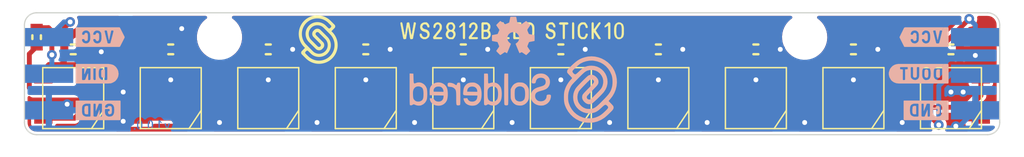
<source format=kicad_pcb>
(kicad_pcb (version 20210623) (generator pcbnew)
  (title_block (title "Smart LED WS2812B Stick10") (date "2021-07-26") (rev "V1.0.0.") (company "SOLDERED") (comment 1 "333056"))
  (layers (0 "F.Cu" signal) (31 "B.Cu" signal) (34 "B.Paste" user) (35 "F.Paste" user) (36 "B.SilkS" user "B.Silkscreen") (37 "F.SilkS" user "F.Silkscreen") (38 "B.Mask" user) (39 "F.Mask" user) (44 "Edge.Cuts" user))
  (net 0 "")
  (net 1 "VCC")
  (net 2 "GND")
  (net 3 "Net-(LED1-Pad2)")
  (net 4 "Net-(LED2-Pad2)")
  (net 5 "Net-(LED3-Pad2)")
  (net 6 "Net-(LED4-Pad2)")
  (net 7 "Net-(LED5-Pad2)")
  (net 8 "Net-(LED6-Pad2)")
  (net 9 "Net-(LED7-Pad2)")
  (net 10 "Net-(LED8-Pad2)")
  (net 11 "Net-(LED10-Pad4)")
  (net 12 "Net-(LED1-Pad4)")
  (net 13 "Net-(LED10-Pad2)")
  (net 14 "Net-(PAD2-Pad1)")
  (footprint "e-radionica.com footprinti:0603C" (layer "F.Cu") (at 176 113)
    (fp_text reference "C10")
    (fp_text value "100n")
    (pad "1" smd rect locked (at -0.73 0) (size 0.66 1) (layers "F.Cu" "F.Paste" "F.Mask") (net 1 "VCC"))
    (pad "2" smd rect locked (at 0.73 0) (size 0.66 1) (layers "F.Cu" "F.Paste" "F.Mask") (net 2 "GND"))
  )
  (footprint "e-radionica.com footprinti:WS2812B LED" (layer "F.Cu") (at 112 117)
    (fp_text reference "LED2")
    (fp_text value "WS2812B")
    (pad "1" smd rect (at -2.45 -1.65) (size 1.5 0.9) (layers "F.Cu" "F.Paste" "F.Mask") (net 1 "VCC"))
    (pad "2" smd rect (at -2.45 1.65) (size 1.5 0.9) (layers "F.Cu" "F.Paste" "F.Mask") (net 4 "Net-(LED2-Pad2)"))
    (pad "3" smd rect (at 2.45 1.65) (size 1.5 0.9) (layers "F.Cu" "F.Paste" "F.Mask") (net 2 "GND"))
    (pad "4" smd rect (at 2.45 -1.65) (size 1.5 0.9) (layers "F.Cu" "F.Paste" "F.Mask") (net 3 "Net-(LED1-Pad2)"))
  )
  (footprint "e-radionica.com footprinti:FIDUCIAL_23" (layer "F.Cu") (at 108.3 112)
    (fp_text reference "FD1")
    (fp_text value "FIDUCIAL")
    (fp_circle (center 0 0) (end 1 0) (layer "F.Cu") (width 0.2) (fill none))
    (pad "1" smd circle (at 0 0) (size 1 1) (layers "F.Cu" "F.Paste" "F.Mask") (clearance 1.1))
  )
  (footprint "Soldered Graphics:Logo-Back-OSH-3.5mm" (layer "F.Cu") (at 140.1 111.9)
    (fp_text reference "G***" hide)
    (fp_text value "LOGO" hide)
  )
  (footprint "e-radionica.com footprinti:WS2812B LED" (layer "F.Cu") (at 104 117)
    (fp_text reference "LED1")
    (fp_text value "WS2812B")
    (pad "1" smd rect (at -2.45 -1.65) (size 1.5 0.9) (layers "F.Cu" "F.Paste" "F.Mask") (net 1 "VCC"))
    (pad "2" smd rect (at -2.45 1.65) (size 1.5 0.9) (layers "F.Cu" "F.Paste" "F.Mask") (net 3 "Net-(LED1-Pad2)"))
    (pad "3" smd rect (at 2.45 1.65) (size 1.5 0.9) (layers "F.Cu" "F.Paste" "F.Mask") (net 2 "GND"))
    (pad "4" smd rect (at 2.45 -1.65) (size 1.5 0.9) (layers "F.Cu" "F.Paste" "F.Mask") (net 12 "Net-(LED1-Pad4)"))
  )
  (footprint "e-radionica.com footprinti:WS2812B LED" (layer "F.Cu") (at 136 117)
    (fp_text reference "LED5")
    (fp_text value "WS2812B")
    (pad "1" smd rect (at -2.45 -1.65) (size 1.5 0.9) (layers "F.Cu" "F.Paste" "F.Mask") (net 1 "VCC"))
    (pad "2" smd rect (at -2.45 1.65) (size 1.5 0.9) (layers "F.Cu" "F.Paste" "F.Mask") (net 7 "Net-(LED5-Pad2)"))
    (pad "3" smd rect (at 2.45 1.65) (size 1.5 0.9) (layers "F.Cu" "F.Paste" "F.Mask") (net 2 "GND"))
    (pad "4" smd rect (at 2.45 -1.65) (size 1.5 0.9) (layers "F.Cu" "F.Paste" "F.Mask") (net 6 "Net-(LED4-Pad2)"))
  )
  (footprint "Soldered Graphics:Logo-Back-SolderedFULL-17mm" (layer "F.Cu") (at 140.1 116.3)
    (fp_text reference "REF**" hide)
    (fp_text value "Logo-Front-SolderedFULL-17mm" hide)
  )
  (footprint "e-radionica.com footprinti:PAD_2x1.5" (layer "F.Cu") (at 102 118)
    (fp_text reference "PAD1")
    (fp_text value "PAD_2x1.5")
    (pad "1" smd rect (at 0 0) (size 4 1.5) (layers "B.Cu" "B.Paste" "B.Mask") (net 2 "GND"))
  )
  (footprint "e-radionica.com footprinti:0603R" (layer "F.Cu") (at 101 112 90)
    (fp_text reference "R1")
    (fp_text value "100")
    (pad "1" smd rect locked (at -0.775 0 180) (size 1 0.64) (layers "F.Cu" "F.Paste" "F.Mask") (net 12 "Net-(LED1-Pad4)"))
    (pad "2" smd rect locked (at 0.775 0 180) (size 1 0.64) (layers "F.Cu" "F.Paste" "F.Mask") (net 14 "Net-(PAD2-Pad1)"))
  )
  (footprint "e-radionica.com footprinti:WS2812B LED" (layer "F.Cu") (at 160 117)
    (fp_text reference "LED8")
    (fp_text value "WS2812B")
    (pad "1" smd rect (at -2.45 -1.65) (size 1.5 0.9) (layers "F.Cu" "F.Paste" "F.Mask") (net 1 "VCC"))
    (pad "2" smd rect (at -2.45 1.65) (size 1.5 0.9) (layers "F.Cu" "F.Paste" "F.Mask") (net 10 "Net-(LED8-Pad2)"))
    (pad "3" smd rect (at 2.45 1.65) (size 1.5 0.9) (layers "F.Cu" "F.Paste" "F.Mask") (net 2 "GND"))
    (pad "4" smd rect (at 2.45 -1.65) (size 1.5 0.9) (layers "F.Cu" "F.Paste" "F.Mask") (net 9 "Net-(LED7-Pad2)"))
  )
  (footprint "e-radionica.com footprinti:0603C" (layer "F.Cu") (at 152 113)
    (fp_text reference "C7")
    (fp_text value "100n")
    (pad "1" smd rect locked (at -0.73 0) (size 0.66 1) (layers "F.Cu" "F.Paste" "F.Mask") (net 1 "VCC"))
    (pad "2" smd rect locked (at 0.73 0) (size 0.66 1) (layers "F.Cu" "F.Paste" "F.Mask") (net 2 "GND"))
  )
  (footprint "e-radionica.com footprinti:WS2812B LED" (layer "F.Cu") (at 176 117)
    (fp_text reference "LED10")
    (fp_text value "WS2812B")
    (pad "1" smd rect (at -2.45 -1.65) (size 1.5 0.9) (layers "F.Cu" "F.Paste" "F.Mask") (net 1 "VCC"))
    (pad "2" smd rect (at -2.45 1.65) (size 1.5 0.9) (layers "F.Cu" "F.Paste" "F.Mask") (net 13 "Net-(LED10-Pad2)"))
    (pad "3" smd rect (at 2.45 1.65) (size 1.5 0.9) (layers "F.Cu" "F.Paste" "F.Mask") (net 2 "GND"))
    (pad "4" smd rect (at 2.45 -1.65) (size 1.5 0.9) (layers "F.Cu" "F.Paste" "F.Mask") (net 11 "Net-(LED10-Pad4)"))
  )
  (footprint "e-radionica.com footprinti:0603C" (layer "F.Cu") (at 144 113)
    (fp_text reference "C6")
    (fp_text value "100n")
    (pad "1" smd rect locked (at -0.73 0) (size 0.66 1) (layers "F.Cu" "F.Paste" "F.Mask") (net 1 "VCC"))
    (pad "2" smd rect locked (at 0.73 0) (size 0.66 1) (layers "F.Cu" "F.Paste" "F.Mask") (net 2 "GND"))
  )
  (footprint "e-radionica.com footprinti:0603C" (layer "F.Cu") (at 128 113)
    (fp_text reference "C4")
    (fp_text value "100n")
    (pad "1" smd rect locked (at -0.73 0) (size 0.66 1) (layers "F.Cu" "F.Paste" "F.Mask") (net 1 "VCC"))
    (pad "2" smd rect locked (at 0.73 0) (size 0.66 1) (layers "F.Cu" "F.Paste" "F.Mask") (net 2 "GND"))
  )
  (footprint "e-radionica.com footprinti:0603C" (layer "F.Cu") (at 168 113)
    (fp_text reference "C9")
    (fp_text value "100n")
    (pad "1" smd rect locked (at -0.73 0) (size 0.66 1) (layers "F.Cu" "F.Paste" "F.Mask") (net 1 "VCC"))
    (pad "2" smd rect locked (at 0.73 0) (size 0.66 1) (layers "F.Cu" "F.Paste" "F.Mask") (net 2 "GND"))
  )
  (footprint "e-radionica.com footprinti:PAD_2x1.5" (layer "F.Cu") (at 178 112)
    (fp_text reference "PAD6")
    (fp_text value "PAD_2x1.5")
    (pad "1" smd rect (at 0 0) (size 4 1.5) (layers "B.Cu" "B.Paste" "B.Mask") (net 1 "VCC"))
  )
  (footprint "e-radionica.com footprinti:0603C" (layer "F.Cu") (at 136 113)
    (fp_text reference "C5")
    (fp_text value "100n")
    (pad "1" smd rect locked (at -0.73 0) (size 0.66 1) (layers "F.Cu" "F.Paste" "F.Mask") (net 1 "VCC"))
    (pad "2" smd rect locked (at 0.73 0) (size 0.66 1) (layers "F.Cu" "F.Paste" "F.Mask") (net 2 "GND"))
  )
  (footprint "e-radionica.com footprinti:PAD_2x1.5" (layer "F.Cu") (at 102 112)
    (fp_text reference "PAD3")
    (fp_text value "PAD_2x1.5")
    (pad "1" smd rect (at 0 0) (size 4 1.5) (layers "B.Cu" "B.Paste" "B.Mask") (net 1 "VCC"))
  )
  (footprint "e-radionica.com footprinti:WS2812B LED" (layer "F.Cu") (at 152 117)
    (fp_text reference "LED7")
    (fp_text value "WS2812B")
    (pad "1" smd rect (at -2.45 -1.65) (size 1.5 0.9) (layers "F.Cu" "F.Paste" "F.Mask") (net 1 "VCC"))
    (pad "2" smd rect (at -2.45 1.65) (size 1.5 0.9) (layers "F.Cu" "F.Paste" "F.Mask") (net 9 "Net-(LED7-Pad2)"))
    (pad "3" smd rect (at 2.45 1.65) (size 1.5 0.9) (layers "F.Cu" "F.Paste" "F.Mask") (net 2 "GND"))
    (pad "4" smd rect (at 2.45 -1.65) (size 1.5 0.9) (layers "F.Cu" "F.Paste" "F.Mask") (net 8 "Net-(LED6-Pad2)"))
  )
  (footprint "e-radionica.com footprinti:0603C" (layer "F.Cu") (at 104 113)
    (fp_text reference "C1")
    (fp_text value "100n")
    (pad "1" smd rect locked (at -0.73 0) (size 0.66 1) (layers "F.Cu" "F.Paste" "F.Mask") (net 1 "VCC"))
    (pad "2" smd rect locked (at 0.73 0) (size 0.66 1) (layers "F.Cu" "F.Paste" "F.Mask") (net 2 "GND"))
  )
  (footprint "e-radionica.com footprinti:0603C" (layer "F.Cu") (at 160 113)
    (fp_text reference "C8")
    (fp_text value "100n")
    (pad "1" smd rect locked (at -0.73 0) (size 0.66 1) (layers "F.Cu" "F.Paste" "F.Mask") (net 1 "VCC"))
    (pad "2" smd rect locked (at 0.73 0) (size 0.66 1) (layers "F.Cu" "F.Paste" "F.Mask") (net 2 "GND"))
  )
  (footprint "e-radionica.com footprinti:WS2812B LED" (layer "F.Cu") (at 128 117)
    (fp_text reference "LED4")
    (fp_text value "WS2812B")
    (pad "1" smd rect (at -2.45 -1.65) (size 1.5 0.9) (layers "F.Cu" "F.Paste" "F.Mask") (net 1 "VCC"))
    (pad "2" smd rect (at -2.45 1.65) (size 1.5 0.9) (layers "F.Cu" "F.Paste" "F.Mask") (net 6 "Net-(LED4-Pad2)"))
    (pad "3" smd rect (at 2.45 1.65) (size 1.5 0.9) (layers "F.Cu" "F.Paste" "F.Mask") (net 2 "GND"))
    (pad "4" smd rect (at 2.45 -1.65) (size 1.5 0.9) (layers "F.Cu" "F.Paste" "F.Mask") (net 5 "Net-(LED3-Pad2)"))
  )
  (footprint "Soldered Graphics:Logo-Front-Soldered-4mm" (layer "F.Cu") (at 124.1 112.2)
    (fp_text reference "G***" hide)
    (fp_text value "LOGO" hide)
  )
  (footprint "e-radionica.com footprinti:WS2812B LED" (layer "F.Cu") (at 168 117)
    (fp_text reference "LED9")
    (fp_text value "WS2812B")
    (pad "1" smd rect (at -2.45 -1.65) (size 1.5 0.9) (layers "F.Cu" "F.Paste" "F.Mask") (net 1 "VCC"))
    (pad "2" smd rect (at -2.45 1.65) (size 1.5 0.9) (layers "F.Cu" "F.Paste" "F.Mask") (net 11 "Net-(LED10-Pad4)"))
    (pad "3" smd rect (at 2.45 1.65) (size 1.5 0.9) (layers "F.Cu" "F.Paste" "F.Mask") (net 2 "GND"))
    (pad "4" smd rect (at 2.45 -1.65) (size 1.5 0.9) (layers "F.Cu" "F.Paste" "F.Mask") (net 10 "Net-(LED8-Pad2)"))
  )
  (footprint "buzzardLabel" (layer "F.Cu") (at 140 111.5)
    (fp_text reference "" (at 0 0) (layer "F.SilkS") (effects (font (size 1.27 1.27))))
    (fp_text value "" (at 0 0) (layer "F.SilkS") (effects (font (size 1.27 1.27))))
  )
  (footprint "e-radionica.com footprinti:PAD_2x1.5" (layer "F.Cu") (at 178 115)
    (fp_text reference "PAD5")
    (fp_text value "PAD_2x1.5")
    (pad "1" smd rect (at 0 0) (size 4 1.5) (layers "B.Cu" "B.Paste" "B.Mask") (net 13 "Net-(LED10-Pad2)"))
  )
  (footprint "e-radionica.com footprinti:WS2812B LED" (layer "F.Cu") (at 120 117)
    (fp_text reference "LED3")
    (fp_text value "WS2812B")
    (pad "1" smd rect (at -2.45 -1.65) (size 1.5 0.9) (layers "F.Cu" "F.Paste" "F.Mask") (net 1 "VCC"))
    (pad "2" smd rect (at -2.45 1.65) (size 1.5 0.9) (layers "F.Cu" "F.Paste" "F.Mask") (net 5 "Net-(LED3-Pad2)"))
    (pad "3" smd rect (at 2.45 1.65) (size 1.5 0.9) (layers "F.Cu" "F.Paste" "F.Mask") (net 2 "GND"))
    (pad "4" smd rect (at 2.45 -1.65) (size 1.5 0.9) (layers "F.Cu" "F.Paste" "F.Mask") (net 4 "Net-(LED2-Pad2)"))
  )
  (footprint "e-radionica.com footprinti:0603C" (layer "F.Cu") (at 120 113)
    (fp_text reference "C3")
    (fp_text value "100n")
    (pad "1" smd rect locked (at -0.73 0) (size 0.66 1) (layers "F.Cu" "F.Paste" "F.Mask") (net 1 "VCC"))
    (pad "2" smd rect locked (at 0.73 0) (size 0.66 1) (layers "F.Cu" "F.Paste" "F.Mask") (net 2 "GND"))
  )
  (footprint "e-radionica.com footprinti:HOLE_3.2mm" (layer "F.Cu") (at 116 112)
    (fp_text reference "H1" hide)
    (fp_text value "HOLE_3.2mm" hide)
    (pad "" np_thru_hole circle locked (at 0 0) (size 3.2 3.2) (drill 3.2) (layers F&B.Cu *.Mask))
  )
  (footprint "e-radionica.com footprinti:WS2812B LED" (layer "F.Cu") (at 144 117)
    (fp_text reference "LED6")
    (fp_text value "WS2812B")
    (pad "1" smd rect (at -2.45 -1.65) (size 1.5 0.9) (layers "F.Cu" "F.Paste" "F.Mask") (net 1 "VCC"))
    (pad "2" smd rect (at -2.45 1.65) (size 1.5 0.9) (layers "F.Cu" "F.Paste" "F.Mask") (net 8 "Net-(LED6-Pad2)"))
    (pad "3" smd rect (at 2.45 1.65) (size 1.5 0.9) (layers "F.Cu" "F.Paste" "F.Mask") (net 2 "GND"))
    (pad "4" smd rect (at 2.45 -1.65) (size 1.5 0.9) (layers "F.Cu" "F.Paste" "F.Mask") (net 7 "Net-(LED5-Pad2)"))
  )
  (footprint "e-radionica.com footprinti:0603C" (layer "F.Cu") (at 112 113)
    (fp_text reference "C2")
    (fp_text value "100n")
    (pad "1" smd rect locked (at -0.73 0) (size 0.66 1) (layers "F.Cu" "F.Paste" "F.Mask") (net 1 "VCC"))
    (pad "2" smd rect locked (at 0.73 0) (size 0.66 1) (layers "F.Cu" "F.Paste" "F.Mask") (net 2 "GND"))
  )
  (footprint "e-radionica.com footprinti:PAD_2x1.5" (layer "F.Cu") (at 178 118)
    (fp_text reference "PAD4")
    (fp_text value "PAD_2x1.5")
    (pad "1" smd rect (at 0 0) (size 4 1.5) (layers "B.Cu" "B.Paste" "B.Mask") (net 2 "GND"))
  )
  (footprint "e-radionica.com footprinti:HOLE_3.2mm" (layer "F.Cu") (at 164 112)
    (fp_text reference "H2" hide)
    (fp_text value "HOLE_3.2mm" hide)
    (pad "" np_thru_hole circle locked (at 0 0) (size 3.2 3.2) (drill 3.2) (layers F&B.Cu *.Mask))
  )
  (footprint "buzzardLabel" (layer "B.Cu") (at 103.8 115 180)
    (fp_text reference "" (at 0 0) (layer "B.SilkS") (effects (font (size 1.27 1.27)) (justify mirror)))
    (fp_text value "" (at 0 0) (layer "B.SilkS") (effects (font (size 1.27 1.27)) (justify mirror)))
  )
  (footprint "Soldered Graphics:Version1.0.0." (layer "B.Cu") (at 110.4 119.2 180)
    (fp_text reference "Ref**" hide)
    (fp_text value "Val**" hide)
    (fp_poly (pts (xy 0.43 -0.38) (xy 0.48 -0.38) (xy 0.54 -0.37) (xy 0.54 -0.33) (xy 0.54 -0.27) (xy 0.5 -0.26) (xy 0.45 -0.26) (xy 0.42 -0.29) (xy 0.42 -0.34) (xy 0.43 -0.38)) (layer "B.Cu") (width 0.01) (fill solid))
    (fp_poly (pts (xy -0.67 -0.35) (xy -0.62 -0.35) (xy -0.6 -0.31) (xy -0.6 0.35) (xy -0.64 0.38) (xy -0.69 0.38) (xy -0.73 0.34) (xy -0.84 0.22) (xy -0.86 0.17) (xy -0.83 0.16) (xy -0.73 0.22) (xy -0.69 0.23) (xy -0.69 -0.31) (xy -0.67 -0.35)) (layer "B.Cu") (width 0.01) (fill solid))
    (fp_poly (pts (xy 1.31 -0.38) (xy 1.36 -0.38) (xy 1.41 -0.37) (xy 1.42 -0.33) (xy 1.42 -0.27) (xy 1.38 -0.26) (xy 1.33 -0.26) (xy 1.3 -0.29) (xy 1.3 -0.34) (xy 1.31 -0.38)) (layer "B.Cu") (width 0.01) (fill solid))
    (fp_poly (pts (xy 0.93 -0.35) (xy 0.99 -0.35) (xy 1.04 -0.33) (xy 1.01 -0.28) (xy 0.91 -0.28) (xy 0.87 -0.25) (xy 0.85 -0.2) (xy 0.83 -0.15) (xy 0.83 -0.11) (xy 0.82 0.01) (xy 0.83 0.13) (xy 0.83 0.17) (xy 0.84 0.22) (xy 0.87 0.27) (xy 0.9 0.3) (xy 1.01 0.3) (xy 1.04 0.26) (xy 1.05 0.21) (xy 1.06 0.15) (xy 1.07 0.05) (xy 1.07 -0.08) (xy 1.06 -0.12) (xy 1.06 -0.17) (xy 1.04 -0.22) (xy 1.02 -0.27) (xy 1.01 -0.28) (xy 1.05 -0.32) (xy 1.09 -0.29) (xy 1.12 -0.26) (xy 1.14 -0.22) (xy 1.15 -0.16) (xy 1.16 -0.11) (xy 1.16 -0.06) (xy 1.16 0.06) (xy 1.16 0.12) (xy 1.15 0.17) (xy 1.14 0.22) (xy 1.13 0.27) (xy 1.1 0.3) (xy 1.06 0.34) (xy 1.01 0.37) (xy 0.95 0.38) (xy 0.9 0.38) (xy 0.84 0.35) (xy 0.8 0.31) (xy 0.78 0.28) (xy 0.75 0.23) (xy 0.74 0.18) (xy 0.74 0.13) (xy 0.73 0.08) (xy 0.73 -0.04) (xy 0.73 -0.1) (xy 0.74 -0.14) (xy 0.75 -0.2) (xy 0.77 -0.25) (xy 0.79 -0.28) (xy 0.83 -0.32) (xy 0.89 -0.35) (xy 0.93 -0.35)) (layer "B.Cu") (width 0.01) (fill solid))
    (fp_poly (pts (xy -0.44 -0.38) (xy -0.39 -0.38) (xy -0.34 -0.37) (xy -0.34 -0.33) (xy -0.34 -0.27) (xy -0.38 -0.26) (xy -0.43 -0.26) (xy -0.46 -0.29) (xy -0.46 -0.34) (xy -0.44 -0.38)) (layer "B.Cu") (width 0.01) (fill solid))
    (fp_poly (pts (xy 0.06 -0.35) (xy 0.11 -0.35) (xy 0.17 -0.33) (xy 0.13 -0.28) (xy 0.03 -0.28) (xy -0.01 -0.25) (xy -0.03 -0.2) (xy -0.05 -0.15) (xy -0.05 -0.11) (xy -0.05 0.01) (xy -0.05 0.13) (xy -0.05 0.17) (xy -0.03 0.22) (xy -0.01 0.27) (xy 0.02 0.3) (xy 0.13 0.3) (xy 0.16 0.26) (xy 0.18 0.21) (xy 0.18 0.15) (xy 0.19 0.05) (xy 0.19 -0.08) (xy 0.19 -0.12) (xy 0.18 -0.17) (xy 0.16 -0.22) (xy 0.14 -0.27) (xy 0.14 -0.28) (xy 0.17 -0.32) (xy 0.21 -0.29) (xy 0.24 -0.26) (xy 0.26 -0.22) (xy 0.27 -0.16) (xy 0.28 -0.11) (xy 0.28 -0.06) (xy 0.28 0.06) (xy 0.28 0.12) (xy 0.27 0.17) (xy 0.26 0.22) (xy 0.25 0.27) (xy 0.22 0.3) (xy 0.19 0.34) (xy 0.13 0.37) (xy 0.08 0.38) (xy 0.02 0.38) (xy -0.03 0.35) (xy -0.08 0.31) (xy -0.1 0.28) (xy -0.12 0.23) (xy -0.14 0.18) (xy -0.14 0.13) (xy -0.15 0.08) (xy -0.15 -0.04) (xy -0.14 -0.1) (xy -0.14 -0.14) (xy -0.13 -0.2) (xy -0.11 -0.25) (xy -0.08 -0.28) (xy -0.05 -0.32) (xy 0.01 -0.35) (xy 0.06 -0.35)) (layer "B.Cu") (width 0.01) (fill solid))
    (fp_poly (pts (xy -1.33 -0.35) (xy -1.27 -0.35) (xy -1.25 -0.31) (xy -1.09 0.1) (xy -1.11 0.13) (xy -1.16 0.13) (xy -1.19 0.1) (xy -1.28 -0.16) (xy -1.3 -0.21) (xy -1.32 -0.17) (xy -1.41 0.09) (xy -1.44 0.13) (xy -1.49 0.13) (xy -1.51 0.1) (xy -1.36 -0.31) (xy -1.33 -0.35)) (layer "B.Cu") (width 0.01) (fill solid))
  )
  (footprint "buzzardLabel" (layer "B.Cu") (at 103.8 118 180)
    (fp_text reference "" (at 0 0) (layer "B.SilkS") (effects (font (size 1.27 1.27)) (justify mirror)))
    (fp_text value "" (at 0 0) (layer "B.SilkS") (effects (font (size 1.27 1.27)) (justify mirror)))
  )
  (footprint "buzzardLabel" (layer "B.Cu") (at 176.2 112 180)
    (fp_text reference "" (at 0 0) (layer "B.SilkS") (effects (font (size 1.27 1.27)) (justify mirror)))
    (fp_text value "" (at 0 0) (layer "B.SilkS") (effects (font (size 1.27 1.27)) (justify mirror)))
  )
  (footprint "buzzardLabel" (layer "B.Cu") (at 176.2 115 180)
    (fp_text reference "" (at 0 0) (layer "B.SilkS") (effects (font (size 1.27 1.27)) (justify mirror)))
    (fp_text value "" (at 0 0) (layer "B.SilkS") (effects (font (size 1.27 1.27)) (justify mirror)))
  )
  (footprint "e-radionica.com footprinti:PAD_2x1.5" (layer "B.Cu") (at 102 116 180)
    (fp_text reference "PAD2" hide)
    (fp_text value "PAD_2x1.5" hide)
    (pad "1" smd rect (at 0 1 180) (size 4 1.5) (layers "B.Cu" "B.Paste" "B.Mask") (net 14 "Net-(PAD2-Pad1)"))
  )
  (footprint "buzzardLabel" (layer "B.Cu") (at 176.2 118 180)
    (fp_text reference "" (at 0 0) (layer "B.SilkS") (effects (font (size 1.27 1.27)) (justify mirror)))
    (fp_text value "" (at 0 0) (layer "B.SilkS") (effects (font (size 1.27 1.27)) (justify mirror)))
  )
  (footprint "buzzardLabel" (layer "B.Cu") (at 103.8 112 180)
    (fp_text reference "" (at 0 0) (layer "B.SilkS") (effects (font (size 1.27 1.27)) (justify mirror)))
    (fp_text value "" (at 0 0) (layer "B.SilkS") (effects (font (size 1.27 1.27)) (justify mirror)))
  )
  (gr_arc (start 101 111) (end 101 110) (angle -90) (layer "Edge.Cuts") (width 0.1))
  (gr_line (start 180 119) (end 180 111) (layer "Edge.Cuts") (width 0.1))
  (gr_line (start 101 120) (end 179 120) (layer "Edge.Cuts") (width 0.1))
  (gr_line (start 100 111) (end 100 119) (layer "Edge.Cuts") (width 0.1))
  (gr_arc (start 179 119) (end 179 120) (angle -90) (layer "Edge.Cuts") (width 0.1))
  (gr_arc (start 179 111) (end 180 111) (angle -90) (layer "Edge.Cuts") (width 0.1))
  (gr_arc (start 101 119) (end 101 120) (angle 90) (layer "Edge.Cuts") (width 0.1))
  (gr_line (start 179 110) (end 101 110) (layer "Edge.Cuts") (width 0.1))
  (segment (start 135 114.25) (end 141.75 114.25) (width 0.4) (layer "F.Cu") (net 1))
  (segment (start 157.5 114.25) (end 159.25 114.25) (width 0.4) (layer "F.Cu") (net 1))
  (segment (start 141.55 114.45) (end 141.75 114.25) (width 0.4) (layer "F.Cu") (net 1))
  (segment (start 151.25 114.25) (end 157.5 114.25) (width 0.4) (layer "F.Cu") (net 1))
  (segment (start 165.55 114.45) (end 165.75 114.25) (width 0.4) (layer "F.Cu") (net 1))
  (segment (start 133.5 114.25) (end 135 114.25) (width 0.4) (layer "F.Cu") (net 1))
  (segment (start 159.27 114.23) (end 159.25 114.25) (width 0.4) (layer "F.Cu") (net 1))
  (segment (start 101.55 114.7) (end 102 114.25) (width 0.4) (layer "F.Cu") (net 1))
  (segment (start 103.27 113.98) (end 103 114.25) (width 0.4) (layer "F.Cu") (net 1))
  (segment (start 125.75 114.25) (end 127.25 114.25) (width 0.4) (layer "F.Cu") (net 1))
  (segment (start 135.27 113) (end 135.27 113.98) (width 0.4) (layer "F.Cu") (net 1))
  (segment (start 103 114.25) (end 109.5 114.25) (width 0.4) (layer "F.Cu") (net 1))
  (segment (start 103.27 111.23) (end 103.75 110.75) (width 0.4) (layer "F.Cu") (net 1))
  (segment (start 109.55 115.35) (end 109.55 114.3) (width 0.4) (layer "F.Cu") (net 1))
  (segment (start 117.55 114.3) (end 117.5 114.25) (width 0.4) (layer "F.Cu") (net 1))
  (segment (start 167 114.25) (end 167.27 113.98) (width 0.4) (layer "F.Cu") (net 1))
  (segment (start 173.55 114.45) (end 173.75 114.25) (width 0.4) (layer "F.Cu") (net 1))
  (segment (start 149.55 114.3) (end 149.5 114.25) (width 0.4) (layer "F.Cu") (net 1))
  (segment (start 127.27 114.23) (end 127.25 114.25) (width 0.4) (layer "F.Cu") (net 1))
  (segment (start 119.27 113) (end 119.27 113.98) (width 0.4) (layer "F.Cu") (net 1))
  (segment (start 125.55 115.35) (end 125.55 114.45) (width 0.4) (layer "F.Cu") (net 1))
  (segment (start 125.55 114.45) (end 125.75 114.25) (width 0.4) (layer "F.Cu") (net 1))
  (segment (start 143.27 114.23) (end 143.25 114.25) (width 0.4) (layer "F.Cu") (net 1))
  (segment (start 149.5 114.25) (end 151.25 114.25) (width 0.4) (layer "F.Cu") (net 1))
  (segment (start 119.27 113.98) (end 119 114.25) (width 0.4) (layer "F.Cu") (net 1))
  (segment (start 101.55 115.35) (end 101.55 114.7) (width 0.4) (layer "F.Cu") (net 1))
  (segment (start 159.27 113) (end 159.27 114.23) (width 0.4) (layer "F.Cu") (net 1))
  (segment (start 133.55 115.35) (end 133.55 114.3) (width 0.4) (layer "F.Cu") (net 1))
  (segment (start 103.27 113) (end 103.27 111.23) (width 0.4) (layer "F.Cu") (net 1))
  (segment (start 111.27 113.98) (end 111 114.25) (width 0.4) (layer "F.Cu") (net 1))
  (segment (start 157.55 115.35) (end 157.55 114.3) (width 0.4) (layer "F.Cu") (net 1))
  (segment (start 151.27 113) (end 151.27 114.23) (width 0.4) (layer "F.Cu") (net 1))
  (segment (start 119 114.25) (end 125.75 114.25) (width 0.4) (layer "F.Cu") (net 1))
  (segment (start 157.55 114.3) (end 157.5 114.25) (width 0.4) (layer "F.Cu") (net 1))
  (segment (start 165.75 114.25) (end 167 114.25) (width 0.4) (layer "F.Cu") (net 1))
  (segment (start 141.55 115.35) (end 141.55 114.45) (width 0.4) (layer "F.Cu") (net 1))
  (segment (start 151.27 114.23) (end 151.25 114.25) (width 0.4) (layer "F.Cu") (net 1))
  (segment (start 175.27 113.98) (end 175 114.25) (width 0.4) (layer "F.Cu") (net 1))
  (segment (start 175.27 113) (end 175.27 113.98) (width 0.4) (layer "F.Cu") (net 1))
  (segment (start 127.25 114.25) (end 133.5 114.25) (width 0.4) (layer "F.Cu") (net 1))
  (segment (start 117.55 115.35) (end 117.55 114.3) (width 0.4) (layer "F.Cu") (net 1))
  (segment (start 141.75 114.25) (end 143.25 114.25) (width 0.4) (layer "F.Cu") (net 1))
  (segment (start 165.55 115.35) (end 165.55 114.45) (width 0.4) (layer "F.Cu") (net 1))
  (segment (start 175.27 112.73) (end 177.5 110.5) (width 0.4) (layer "F.Cu") (net 1))
  (segment (start 109.55 114.3) (end 109.5 114.25) (width 0.4) (layer "F.Cu") (net 1))
  (segment (start 117.5 114.25) (end 119 114.25) (width 0.4) (layer "F.Cu") (net 1))
  (segment (start 159.25 114.25) (end 165.75 114.25) (width 0.4) (layer "F.Cu") (net 1))
  (segment (start 167.27 113.98) (end 167.27 113) (width 0.4) (layer "F.Cu") (net 1))
  (segment (start 103.27 113) (end 103.27 113.98) (width 0.4) (layer "F.Cu") (net 1))
  (segment (start 167 114.25) (end 173.75 114.25) (width 0.4) (layer "F.Cu") (net 1))
  (segment (start 102 114.25) (end 103 114.25) (width 0.4) (layer "F.Cu") (net 1))
  (segment (start 173.75 114.25) (end 175 114.25) (width 0.4) (layer "F.Cu") (net 1))
  (segment (start 127.27 113) (end 127.27 114.23) (width 0.4) (layer "F.Cu") (net 1))
  (segment (start 109.5 114.25) (end 111 114.25) (width 0.4) (layer "F.Cu") (net 1))
  (segment (start 149.55 115.35) (end 149.55 114.3) (width 0.4) (layer "F.Cu") (net 1))
  (segment (start 111.27 113) (end 111.27 113.98) (width 0.4) (layer "F.Cu") (net 1))
  (segment (start 143.25 114.25) (end 149.5 114.25) (width 0.4) (layer "F.Cu") (net 1))
  (segment (start 143.27 113) (end 143.27 114.23) (width 0.4) (layer "F.Cu") (net 1))
  (segment (start 111 114.25) (end 117.5 114.25) (width 0.4) (layer "F.Cu") (net 1))
  (segment (start 173.55 115.35) (end 173.55 114.45) (width 0.4) (layer "F.Cu") (net 1))
  (segment (start 175.27 113) (end 175.27 112.73) (width 0.4) (layer "F.Cu") (net 1))
  (segment (start 135.27 113.98) (end 135 114.25) (width 0.4) (layer "F.Cu") (net 1))
  (segment (start 133.55 114.3) (end 133.5 114.25) (width 0.4) (layer "F.Cu") (net 1))
  (via (at 177.5 110.5) (size 0.8) (drill 0.4) (layers "F.Cu" "B.Cu") (net 1))
  (via (at 103.75 110.75) (size 0.8) (drill 0.4) (layers "F.Cu" "B.Cu") (net 1))
  (segment (start 103.75 110.75) (end 103.25 110.75) (width 0.4) (layer "B.Cu") (net 1))
  (segment (start 103.25 110.75) (end 102 112) (width 0.4) (layer "B.Cu") (net 1))
  (segment (start 178 111) (end 177.5 110.5) (width 0.4) (layer "B.Cu") (net 1))
  (segment (start 178 112) (end 178 111) (width 0.4) (layer "B.Cu") (net 1))
  (segment (start 177.05 118.65) (end 176.4 119.3) (width 0.4) (layer "F.Cu") (net 2))
  (segment (start 178.45 118.65) (end 177.05 118.65) (width 0.4) (layer "F.Cu") (net 2))
  (via (at 130 113) (size 0.8) (drill 0.4) (layers "F.Cu" "B.Cu") (net 2))
  (via (at 177 116.5) (size 0.8) (drill 0.4) (layers "F.Cu" "B.Cu") (net 2))
  (via (at 168 115.5) (size 0.8) (drill 0.4) (layers "F.Cu" "B.Cu") (net 2))
  (via (at 172 119) (size 0.8) (drill 0.4) (layers "F.Cu" "B.Cu") (net 2))
  (via (at 146 113) (size 0.8) (drill 0.4) (layers "F.Cu" "B.Cu") (net 2))
  (via (at 103.5 117.5) (size 0.8) (drill 0.4) (layers "F.Cu" "B.Cu") (net 2))
  (via (at 160 115.5) (size 0.8) (drill 0.4) (layers "F.Cu" "B.Cu") (net 2))
  (via (at 140 119) (size 0.8) (drill 0.4) (layers "F.Cu" "B.Cu") (net 2))
  (via (at 170 113) (size 0.8) (drill 0.4) (layers "F.Cu" "B.Cu") (net 2))
  (via (at 132 119) (size 0.8) (drill 0.4) (layers "F.Cu" "B.Cu") (net 2))
  (via (at 152 115.5) (size 0.8) (drill 0.4) (layers "F.Cu" "B.Cu") (net 2))
  (via (at 120 115.5) (size 0.8) (drill 0.4) (layers "F.Cu" "B.Cu") (net 2))
  (via (at 178 113.5) (size 0.8) (drill 0.4) (layers "F.Cu" "B.Cu") (net 2))
  (via (at 148 119) (size 0.8) (drill 0.4) (layers "F.Cu" "B.Cu") (net 2))
  (via (at 112 115.5) (size 0.8) (drill 0.4) (layers "F.Cu" "B.Cu") (net 2))
  (via (at 154 113) (size 0.8) (drill 0.4) (layers "F.Cu" "B.Cu") (net 2))
  (via (at 112.9 111.3) (size 0.8) (drill 0.4) (layers "F.Cu" "B.Cu") (net 2))
  (via (at 108.1 116.5) (size 0.8) (drill 0.4) (layers "F.Cu" "B.Cu") (net 2))
  (via (at 164 119) (size 0.8) (drill 0.4) (layers "F.Cu" "B.Cu") (net 2))
  (via (at 176 116.5) (size 0.8) (drill 0.4) (layers "F.Cu" "B.Cu") (net 2))
  (via (at 108.1 118.9) (size 0.8) (drill 0.4) (layers "F.Cu" "B.Cu") (net 2))
  (via (at 106.3 113.2) (size 0.8) (drill 0.4) (layers "F.Cu" "B.Cu") (net 2))
  (via (at 144 115.5) (size 0.8) (drill 0.4) (layers "F.Cu" "B.Cu") (net 2))
  (via (at 136 115.5) (size 0.8) (drill 0.4) (layers "F.Cu" "B.Cu") (net 2))
  (via (at 156 119) (size 0.8) (drill 0.4) (layers "F.Cu" "B.Cu") (net 2))
  (via (at 116 119) (size 0.8) (drill 0.4) (layers "F.Cu" "B.Cu") (net 2))
  (via (at 124 119) (size 0.8) (drill 0.4) (layers "F.Cu" "B.Cu") (net 2))
  (via (at 122 113) (size 0.8) (drill 0.4) (layers "F.Cu" "B.Cu") (net 2))
  (via (at 138 113) (size 0.8) (drill 0.4) (layers "F.Cu" "B.Cu") (net 2))
  (via (at 162 113) (size 0.8) (drill 0.4) (layers "F.Cu" "B.Cu") (net 2))
  (via (at 176.4 119.3) (size 0.8) (drill 0.4) (layers "F.Cu" "B.Cu") (net 2))
  (via (at 128 115.5) (size 0.8) (drill 0.4) (layers "F.Cu" "B.Cu") (net 2))
  (segment (start 176.4 119.3) (end 176.7 119.3) (width 0.4) (layer "B.Cu") (net 2))
  (segment (start 176.7 119.3) (end 178 118) (width 0.4) (layer "B.Cu") (net 2))
  (segment (start 114.45 115.55) (end 112.5 117.5) (width 0.4) (layer "F.Cu") (net 3))
  (segment (start 112.5 117.5) (end 105.25 117.5) (width 0.4) (layer "F.Cu") (net 3))
  (segment (start 114.45 115.35) (end 114.45 115.55) (width 0.4) (layer "F.Cu") (net 3))
  (segment (start 104.1 118.65) (end 101.55 118.65) (width 0.4) (layer "F.Cu") (net 3))
  (segment (start 105.25 117.5) (end 104.1 118.65) (width 0.4) (layer "F.Cu") (net 3))
  (segment (start 112.53088 118.65) (end 109.55 118.65) (width 0.4) (layer "F.Cu") (net 4))
  (segment (start 120.5 117.5) (end 113.68088 117.5) (width 0.4) (layer "F.Cu") (net 4))
  (segment (start 113.68088 117.5) (end 112.53088 118.65) (width 0.4) (layer "F.Cu") (net 4))
  (segment (start 122.45 115.35) (end 122.45 115.55) (width 0.4) (layer "F.Cu") (net 4))
  (segment (start 122.45 115.55) (end 120.5 117.5) (width 0.4) (layer "F.Cu") (net 4))
  (segment (start 121.43088 117.75) (end 120.53088 118.65) (width 0.4) (layer "F.Cu") (net 5))
  (segment (start 120.53088 118.65) (end 117.55 118.65) (width 0.4) (layer "F.Cu") (net 5))
  (segment (start 130.45 115.8) (end 128.5 117.75) (width 0.4) (layer "F.Cu") (net 5))
  (segment (start 128.5 117.75) (end 121.43088 117.75) (width 0.4) (layer "F.Cu") (net 5))
  (segment (start 130.45 115.35) (end 130.45 115.8) (width 0.4) (layer "F.Cu") (net 5))
  (segment (start 136.25 117.75) (end 129.43088 117.75) (width 0.4) (layer "F.Cu") (net 6))
  (segment (start 138.45 115.35) (end 138.45 116.2) (width 0.4) (layer "F.Cu") (net 6))
  (segment (start 129.43088 117.75) (end 128.53088 118.65) (width 0.4) (layer "F.Cu") (net 6))
  (segment (start 137.35 116.65) (end 136.25 117.75) (width 0.4) (layer "F.Cu") (net 6))
  (segment (start 128.53088 118.65) (end 125.55 118.65) (width 0.4) (layer "F.Cu") (net 6))
  (segment (start 138 116.65) (end 137.35 116.65) (width 0.4) (layer "F.Cu") (net 6))
  (segment (start 138.45 116.2) (end 138 116.65) (width 0.4) (layer "F.Cu") (net 6))
  (segment (start 144.5 116.75) (end 146.25 116.75) (width 0.4) (layer "F.Cu") (net 7))
  (segment (start 136.35 118.65) (end 137.5 117.5) (width 0.4) (layer "F.Cu") (net 7))
  (segment (start 143.75 117.5) (end 144.5 116.75) (width 0.4) (layer "F.Cu") (net 7))
  (segment (start 146.25 116.75) (end 146.45 116.55) (width 0.4) (layer "F.Cu") (net 7))
  (segment (start 146.45 116.55) (end 146.45 115.35) (width 0.4) (layer "F.Cu") (net 7))
  (segment (start 133.55 118.65) (end 136.35 118.65) (width 0.4) (layer "F.Cu") (net 7))
  (segment (start 137.5 117.5) (end 143.75 117.5) (width 0.4) (layer "F.Cu") (net 7))
  (segment (start 136.35 118.65) (end 136.5 118.5) (width 0.4) (layer "F.Cu") (net 7))
  (segment (start 154.45 115.8) (end 154.45 115.35) (width 0.4) (layer "F.Cu") (net 8))
  (segment (start 141.55 118.65) (end 143.85 118.65) (width 0.4) (layer "F.Cu") (net 8))
  (segment (start 152.75 117.5) (end 154.45 115.8) (width 0.4) (layer "F.Cu") (net 8))
  (segment (start 145 117.5) (end 152.75 117.5) (width 0.4) (layer "F.Cu") (net 8))
  (segment (start 143.85 118.65) (end 144 118.5) (width 0.4) (layer "F.Cu") (net 8))
  (segment (start 143.85 118.65) (end 145 117.5) (width 0.4) (layer "F.Cu") (net 8))
  (segment (start 162.45 115.55) (end 162.45 115.35) (width 0.4) (layer "F.Cu") (net 9))
  (segment (start 152.53088 118.65) (end 153.43088 117.75) (width 0.4) (layer "F.Cu") (net 9))
  (segment (start 153.43088 117.75) (end 160.25 117.75) (width 0.4) (layer "F.Cu") (net 9))
  (segment (start 152.53088 118.65) (end 152.68088 118.5) (width 0.4) (layer "F.Cu") (net 9))
  (segment (start 149.55 118.65) (end 152.53088 118.65) (width 0.4) (layer "F.Cu") (net 9))
  (segment (start 160.25 117.75) (end 162.45 115.55) (width 0.4) (layer "F.Cu") (net 9))
  (segment (start 160.53088 118.65) (end 157.55 118.65) (width 0.4) (layer "F.Cu") (net 10))
  (segment (start 161.43088 117.75) (end 160.53088 118.65) (width 0.4) (layer "F.Cu") (net 10))
  (segment (start 168.5 117.75) (end 161.43088 117.75) (width 0.4) (layer "F.Cu") (net 10))
  (segment (start 170.45 115.35) (end 170.45 115.8) (width 0.4) (layer "F.Cu") (net 10))
  (segment (start 170.45 115.8) (end 168.5 117.75) (width 0.4) (layer "F.Cu") (net 10))
  (segment (start 178.45 116.8) (end 178.45 115.35) (width 0.4) (layer "F.Cu") (net 11))
  (segment (start 168.53088 118.65) (end 168.75 118.43088) (width 0.4) (layer "F.Cu") (net 11))
  (segment (start 165.55 118.65) (end 168.53088 118.65) (width 0.4) (layer "F.Cu") (net 11))
  (segment (start 168.53088 118.65) (end 169.43088 117.75) (width 0.4) (layer "F.Cu") (net 11))
  (segment (start 169.43088 117.75) (end 177.5 117.75) (width 0.4) (layer "F.Cu") (net 11))
  (segment (start 177.5 117.75) (end 178.45 116.8) (width 0.4) (layer "F.Cu") (net 11))
  (segment (start 100.400489 116.150489) (end 100.75 116.5) (width 0.4) (layer "F.Cu") (net 12))
  (segment (start 106.5 115.4) (end 106.45 115.35) (width 0.4) (layer "F.Cu") (net 12))
  (segment (start 101 112.775) (end 100.400489 113.374511) (width 0.4) (layer "F.Cu") (net 12))
  (segment (start 100.75 116.5) (end 106 116.5) (width 0.4) (layer "F.Cu") (net 12))
  (segment (start 106 116.5) (end 106.5 116) (width 0.4) (layer "F.Cu") (net 12))
  (segment (start 106.5 116) (end 106.5 115.4) (width 0.4) (layer "F.Cu") (net 12))
  (segment (start 100.400489 113.374511) (end 100.400489 116.150489) (width 0.4) (layer "F.Cu") (net 12))
  (segment (start 174.45 118.65) (end 173.55 118.65) (width 0.4) (layer "F.Cu") (net 13))
  (segment (start 175 119.2) (end 174.45 118.65) (width 0.4) (layer "F.Cu") (net 13))
  (via (at 175 119.2) (size 0.8) (drill 0.4) (layers "F.Cu" "B.Cu") (net 13))
  (segment (start 175 119.2) (end 175 116) (width 0.4) (layer "B.Cu") (net 13))
  (segment (start 176 115) (end 178 115) (width 0.4) (layer "B.Cu") (net 13))
  (segment (start 175 116) (end 176 115) (width 0.4) (layer "B.Cu") (net 13))
  (segment (start 102.25 113.5) (end 102.25 113.4505) (width 0.4) (layer "F.Cu") (net 14))
  (segment (start 101 111.225) (end 101.975 111.225) (width 0.4) (layer "F.Cu") (net 14))
  (segment (start 102.25 111.5) (end 102.25 113.4505) (width 0.4) (layer "F.Cu") (net 14))
  (segment (start 101.975 111.225) (end 102.25 111.5) (width 0.4) (layer "F.Cu") (net 14))
  (via (at 102.25 113.4505) (size 0.8) (drill 0.4) (layers "F.Cu" "B.Cu") (net 14))
  (segment (start 102.25 114.75) (end 102 115) (width 0.4) (layer "B.Cu") (net 14))
  (segment (start 102.25 113.4505) (end 102.25 114.75) (width 0.4) (layer "B.Cu") (net 14))
  (zone (net 2) (net_name "GND") (layer "F.Cu") (connect_pads (clearance 0.254)) (min_thickness 0.254) (fill yes (thermal_gap 0.508) (thermal_bridge_width 0.508))
    (polygon (pts (xy 180 120) (xy 100 120) (xy 100 110) (xy 180 110)))
  )
  (zone (net 2) (net_name "GND") (layer "B.Cu") (connect_pads (clearance 0.254)) (min_thickness 0.254) (fill yes (thermal_gap 0.508) (thermal_bridge_width 0.508))
    (polygon (pts (xy 180 120) (xy 100 120) (xy 100 110) (xy 180 110)))
  )
)
</source>
